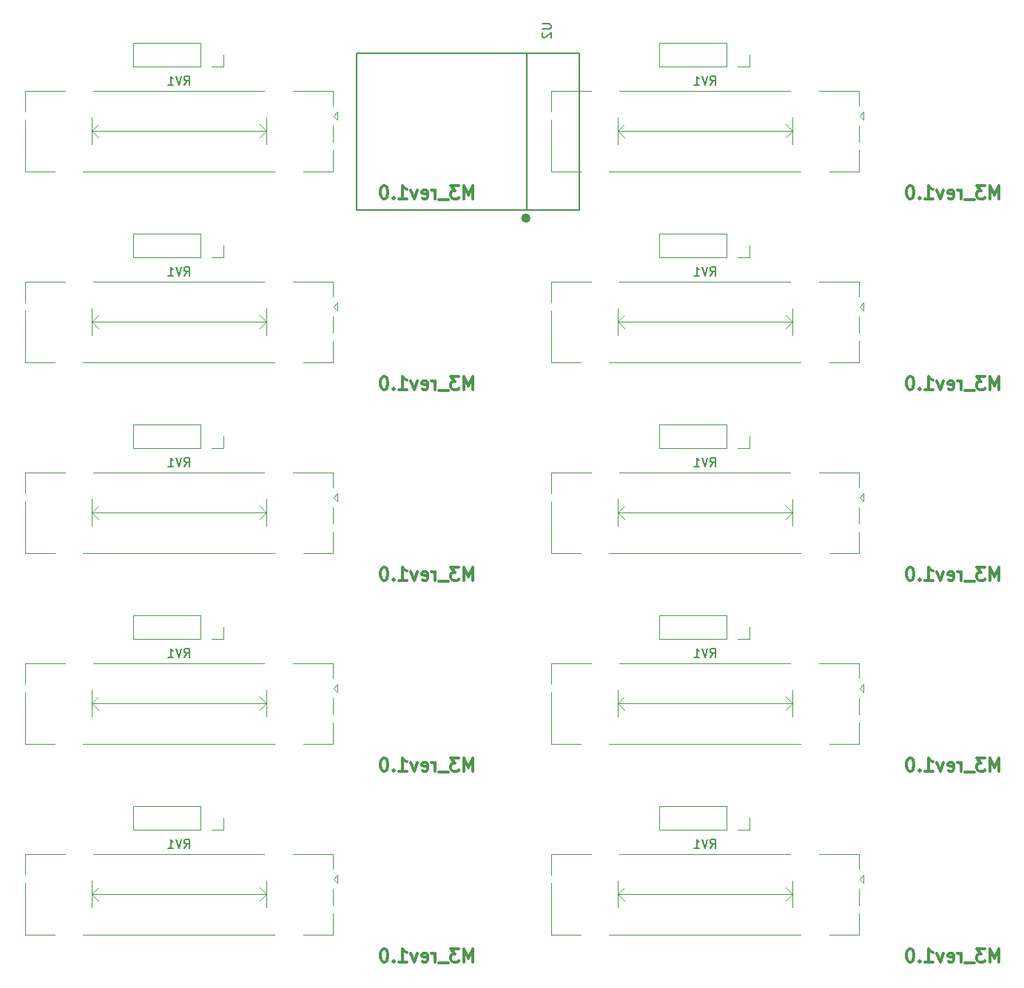
<source format=gbr>
G04 #@! TF.GenerationSoftware,KiCad,Pcbnew,5.0.2-bee76a0~70~ubuntu18.04.1*
G04 #@! TF.CreationDate,2019-05-14T10:35:03+02:00*
G04 #@! TF.ProjectId,m3_2x5_panel,6d335f32-7835-45f7-9061-6e656c2e6b69,rev?*
G04 #@! TF.SameCoordinates,Original*
G04 #@! TF.FileFunction,Legend,Bot*
G04 #@! TF.FilePolarity,Positive*
%FSLAX46Y46*%
G04 Gerber Fmt 4.6, Leading zero omitted, Abs format (unit mm)*
G04 Created by KiCad (PCBNEW 5.0.2-bee76a0~70~ubuntu18.04.1) date Di 14 Mai 2019 10:35:03 CEST*
%MOMM*%
%LPD*%
G01*
G04 APERTURE LIST*
%ADD10C,0.300000*%
%ADD11C,0.120000*%
%ADD12C,0.500000*%
%ADD13C,0.150000*%
G04 APERTURE END LIST*
D10*
X190570800Y-141372771D02*
X190570800Y-139872771D01*
X190070800Y-140944200D01*
X189570800Y-139872771D01*
X189570800Y-141372771D01*
X188999371Y-139872771D02*
X188070800Y-139872771D01*
X188570800Y-140444200D01*
X188356514Y-140444200D01*
X188213657Y-140515628D01*
X188142228Y-140587057D01*
X188070800Y-140729914D01*
X188070800Y-141087057D01*
X188142228Y-141229914D01*
X188213657Y-141301342D01*
X188356514Y-141372771D01*
X188785085Y-141372771D01*
X188927942Y-141301342D01*
X188999371Y-141229914D01*
X187785085Y-141515628D02*
X186642228Y-141515628D01*
X186285085Y-141372771D02*
X186285085Y-140372771D01*
X186285085Y-140658485D02*
X186213657Y-140515628D01*
X186142228Y-140444200D01*
X185999371Y-140372771D01*
X185856514Y-140372771D01*
X184785085Y-141301342D02*
X184927942Y-141372771D01*
X185213657Y-141372771D01*
X185356514Y-141301342D01*
X185427942Y-141158485D01*
X185427942Y-140587057D01*
X185356514Y-140444200D01*
X185213657Y-140372771D01*
X184927942Y-140372771D01*
X184785085Y-140444200D01*
X184713657Y-140587057D01*
X184713657Y-140729914D01*
X185427942Y-140872771D01*
X184213657Y-140372771D02*
X183856514Y-141372771D01*
X183499371Y-140372771D01*
X182142228Y-141372771D02*
X182999371Y-141372771D01*
X182570800Y-141372771D02*
X182570800Y-139872771D01*
X182713657Y-140087057D01*
X182856514Y-140229914D01*
X182999371Y-140301342D01*
X181499371Y-141229914D02*
X181427942Y-141301342D01*
X181499371Y-141372771D01*
X181570800Y-141301342D01*
X181499371Y-141229914D01*
X181499371Y-141372771D01*
X180499371Y-139872771D02*
X180356514Y-139872771D01*
X180213657Y-139944200D01*
X180142228Y-140015628D01*
X180070800Y-140158485D01*
X179999371Y-140444200D01*
X179999371Y-140801342D01*
X180070800Y-141087057D01*
X180142228Y-141229914D01*
X180213657Y-141301342D01*
X180356514Y-141372771D01*
X180499371Y-141372771D01*
X180642228Y-141301342D01*
X180713657Y-141229914D01*
X180785085Y-141087057D01*
X180856514Y-140801342D01*
X180856514Y-140444200D01*
X180785085Y-140158485D01*
X180713657Y-140015628D01*
X180642228Y-139944200D01*
X180499371Y-139872771D01*
X130372800Y-141372771D02*
X130372800Y-139872771D01*
X129872800Y-140944200D01*
X129372800Y-139872771D01*
X129372800Y-141372771D01*
X128801371Y-139872771D02*
X127872800Y-139872771D01*
X128372800Y-140444200D01*
X128158514Y-140444200D01*
X128015657Y-140515628D01*
X127944228Y-140587057D01*
X127872800Y-140729914D01*
X127872800Y-141087057D01*
X127944228Y-141229914D01*
X128015657Y-141301342D01*
X128158514Y-141372771D01*
X128587085Y-141372771D01*
X128729942Y-141301342D01*
X128801371Y-141229914D01*
X127587085Y-141515628D02*
X126444228Y-141515628D01*
X126087085Y-141372771D02*
X126087085Y-140372771D01*
X126087085Y-140658485D02*
X126015657Y-140515628D01*
X125944228Y-140444200D01*
X125801371Y-140372771D01*
X125658514Y-140372771D01*
X124587085Y-141301342D02*
X124729942Y-141372771D01*
X125015657Y-141372771D01*
X125158514Y-141301342D01*
X125229942Y-141158485D01*
X125229942Y-140587057D01*
X125158514Y-140444200D01*
X125015657Y-140372771D01*
X124729942Y-140372771D01*
X124587085Y-140444200D01*
X124515657Y-140587057D01*
X124515657Y-140729914D01*
X125229942Y-140872771D01*
X124015657Y-140372771D02*
X123658514Y-141372771D01*
X123301371Y-140372771D01*
X121944228Y-141372771D02*
X122801371Y-141372771D01*
X122372800Y-141372771D02*
X122372800Y-139872771D01*
X122515657Y-140087057D01*
X122658514Y-140229914D01*
X122801371Y-140301342D01*
X121301371Y-141229914D02*
X121229942Y-141301342D01*
X121301371Y-141372771D01*
X121372800Y-141301342D01*
X121301371Y-141229914D01*
X121301371Y-141372771D01*
X120301371Y-139872771D02*
X120158514Y-139872771D01*
X120015657Y-139944200D01*
X119944228Y-140015628D01*
X119872800Y-140158485D01*
X119801371Y-140444200D01*
X119801371Y-140801342D01*
X119872800Y-141087057D01*
X119944228Y-141229914D01*
X120015657Y-141301342D01*
X120158514Y-141372771D01*
X120301371Y-141372771D01*
X120444228Y-141301342D01*
X120515657Y-141229914D01*
X120587085Y-141087057D01*
X120658514Y-140801342D01*
X120658514Y-140444200D01*
X120587085Y-140158485D01*
X120515657Y-140015628D01*
X120444228Y-139944200D01*
X120301371Y-139872771D01*
X190570800Y-119528771D02*
X190570800Y-118028771D01*
X190070800Y-119100200D01*
X189570800Y-118028771D01*
X189570800Y-119528771D01*
X188999371Y-118028771D02*
X188070800Y-118028771D01*
X188570800Y-118600200D01*
X188356514Y-118600200D01*
X188213657Y-118671628D01*
X188142228Y-118743057D01*
X188070800Y-118885914D01*
X188070800Y-119243057D01*
X188142228Y-119385914D01*
X188213657Y-119457342D01*
X188356514Y-119528771D01*
X188785085Y-119528771D01*
X188927942Y-119457342D01*
X188999371Y-119385914D01*
X187785085Y-119671628D02*
X186642228Y-119671628D01*
X186285085Y-119528771D02*
X186285085Y-118528771D01*
X186285085Y-118814485D02*
X186213657Y-118671628D01*
X186142228Y-118600200D01*
X185999371Y-118528771D01*
X185856514Y-118528771D01*
X184785085Y-119457342D02*
X184927942Y-119528771D01*
X185213657Y-119528771D01*
X185356514Y-119457342D01*
X185427942Y-119314485D01*
X185427942Y-118743057D01*
X185356514Y-118600200D01*
X185213657Y-118528771D01*
X184927942Y-118528771D01*
X184785085Y-118600200D01*
X184713657Y-118743057D01*
X184713657Y-118885914D01*
X185427942Y-119028771D01*
X184213657Y-118528771D02*
X183856514Y-119528771D01*
X183499371Y-118528771D01*
X182142228Y-119528771D02*
X182999371Y-119528771D01*
X182570800Y-119528771D02*
X182570800Y-118028771D01*
X182713657Y-118243057D01*
X182856514Y-118385914D01*
X182999371Y-118457342D01*
X181499371Y-119385914D02*
X181427942Y-119457342D01*
X181499371Y-119528771D01*
X181570800Y-119457342D01*
X181499371Y-119385914D01*
X181499371Y-119528771D01*
X180499371Y-118028771D02*
X180356514Y-118028771D01*
X180213657Y-118100200D01*
X180142228Y-118171628D01*
X180070800Y-118314485D01*
X179999371Y-118600200D01*
X179999371Y-118957342D01*
X180070800Y-119243057D01*
X180142228Y-119385914D01*
X180213657Y-119457342D01*
X180356514Y-119528771D01*
X180499371Y-119528771D01*
X180642228Y-119457342D01*
X180713657Y-119385914D01*
X180785085Y-119243057D01*
X180856514Y-118957342D01*
X180856514Y-118600200D01*
X180785085Y-118314485D01*
X180713657Y-118171628D01*
X180642228Y-118100200D01*
X180499371Y-118028771D01*
X130372800Y-119528771D02*
X130372800Y-118028771D01*
X129872800Y-119100200D01*
X129372800Y-118028771D01*
X129372800Y-119528771D01*
X128801371Y-118028771D02*
X127872800Y-118028771D01*
X128372800Y-118600200D01*
X128158514Y-118600200D01*
X128015657Y-118671628D01*
X127944228Y-118743057D01*
X127872800Y-118885914D01*
X127872800Y-119243057D01*
X127944228Y-119385914D01*
X128015657Y-119457342D01*
X128158514Y-119528771D01*
X128587085Y-119528771D01*
X128729942Y-119457342D01*
X128801371Y-119385914D01*
X127587085Y-119671628D02*
X126444228Y-119671628D01*
X126087085Y-119528771D02*
X126087085Y-118528771D01*
X126087085Y-118814485D02*
X126015657Y-118671628D01*
X125944228Y-118600200D01*
X125801371Y-118528771D01*
X125658514Y-118528771D01*
X124587085Y-119457342D02*
X124729942Y-119528771D01*
X125015657Y-119528771D01*
X125158514Y-119457342D01*
X125229942Y-119314485D01*
X125229942Y-118743057D01*
X125158514Y-118600200D01*
X125015657Y-118528771D01*
X124729942Y-118528771D01*
X124587085Y-118600200D01*
X124515657Y-118743057D01*
X124515657Y-118885914D01*
X125229942Y-119028771D01*
X124015657Y-118528771D02*
X123658514Y-119528771D01*
X123301371Y-118528771D01*
X121944228Y-119528771D02*
X122801371Y-119528771D01*
X122372800Y-119528771D02*
X122372800Y-118028771D01*
X122515657Y-118243057D01*
X122658514Y-118385914D01*
X122801371Y-118457342D01*
X121301371Y-119385914D02*
X121229942Y-119457342D01*
X121301371Y-119528771D01*
X121372800Y-119457342D01*
X121301371Y-119385914D01*
X121301371Y-119528771D01*
X120301371Y-118028771D02*
X120158514Y-118028771D01*
X120015657Y-118100200D01*
X119944228Y-118171628D01*
X119872800Y-118314485D01*
X119801371Y-118600200D01*
X119801371Y-118957342D01*
X119872800Y-119243057D01*
X119944228Y-119385914D01*
X120015657Y-119457342D01*
X120158514Y-119528771D01*
X120301371Y-119528771D01*
X120444228Y-119457342D01*
X120515657Y-119385914D01*
X120587085Y-119243057D01*
X120658514Y-118957342D01*
X120658514Y-118600200D01*
X120587085Y-118314485D01*
X120515657Y-118171628D01*
X120444228Y-118100200D01*
X120301371Y-118028771D01*
X190570800Y-97684771D02*
X190570800Y-96184771D01*
X190070800Y-97256200D01*
X189570800Y-96184771D01*
X189570800Y-97684771D01*
X188999371Y-96184771D02*
X188070800Y-96184771D01*
X188570800Y-96756200D01*
X188356514Y-96756200D01*
X188213657Y-96827628D01*
X188142228Y-96899057D01*
X188070800Y-97041914D01*
X188070800Y-97399057D01*
X188142228Y-97541914D01*
X188213657Y-97613342D01*
X188356514Y-97684771D01*
X188785085Y-97684771D01*
X188927942Y-97613342D01*
X188999371Y-97541914D01*
X187785085Y-97827628D02*
X186642228Y-97827628D01*
X186285085Y-97684771D02*
X186285085Y-96684771D01*
X186285085Y-96970485D02*
X186213657Y-96827628D01*
X186142228Y-96756200D01*
X185999371Y-96684771D01*
X185856514Y-96684771D01*
X184785085Y-97613342D02*
X184927942Y-97684771D01*
X185213657Y-97684771D01*
X185356514Y-97613342D01*
X185427942Y-97470485D01*
X185427942Y-96899057D01*
X185356514Y-96756200D01*
X185213657Y-96684771D01*
X184927942Y-96684771D01*
X184785085Y-96756200D01*
X184713657Y-96899057D01*
X184713657Y-97041914D01*
X185427942Y-97184771D01*
X184213657Y-96684771D02*
X183856514Y-97684771D01*
X183499371Y-96684771D01*
X182142228Y-97684771D02*
X182999371Y-97684771D01*
X182570800Y-97684771D02*
X182570800Y-96184771D01*
X182713657Y-96399057D01*
X182856514Y-96541914D01*
X182999371Y-96613342D01*
X181499371Y-97541914D02*
X181427942Y-97613342D01*
X181499371Y-97684771D01*
X181570800Y-97613342D01*
X181499371Y-97541914D01*
X181499371Y-97684771D01*
X180499371Y-96184771D02*
X180356514Y-96184771D01*
X180213657Y-96256200D01*
X180142228Y-96327628D01*
X180070800Y-96470485D01*
X179999371Y-96756200D01*
X179999371Y-97113342D01*
X180070800Y-97399057D01*
X180142228Y-97541914D01*
X180213657Y-97613342D01*
X180356514Y-97684771D01*
X180499371Y-97684771D01*
X180642228Y-97613342D01*
X180713657Y-97541914D01*
X180785085Y-97399057D01*
X180856514Y-97113342D01*
X180856514Y-96756200D01*
X180785085Y-96470485D01*
X180713657Y-96327628D01*
X180642228Y-96256200D01*
X180499371Y-96184771D01*
X130372800Y-97684771D02*
X130372800Y-96184771D01*
X129872800Y-97256200D01*
X129372800Y-96184771D01*
X129372800Y-97684771D01*
X128801371Y-96184771D02*
X127872800Y-96184771D01*
X128372800Y-96756200D01*
X128158514Y-96756200D01*
X128015657Y-96827628D01*
X127944228Y-96899057D01*
X127872800Y-97041914D01*
X127872800Y-97399057D01*
X127944228Y-97541914D01*
X128015657Y-97613342D01*
X128158514Y-97684771D01*
X128587085Y-97684771D01*
X128729942Y-97613342D01*
X128801371Y-97541914D01*
X127587085Y-97827628D02*
X126444228Y-97827628D01*
X126087085Y-97684771D02*
X126087085Y-96684771D01*
X126087085Y-96970485D02*
X126015657Y-96827628D01*
X125944228Y-96756200D01*
X125801371Y-96684771D01*
X125658514Y-96684771D01*
X124587085Y-97613342D02*
X124729942Y-97684771D01*
X125015657Y-97684771D01*
X125158514Y-97613342D01*
X125229942Y-97470485D01*
X125229942Y-96899057D01*
X125158514Y-96756200D01*
X125015657Y-96684771D01*
X124729942Y-96684771D01*
X124587085Y-96756200D01*
X124515657Y-96899057D01*
X124515657Y-97041914D01*
X125229942Y-97184771D01*
X124015657Y-96684771D02*
X123658514Y-97684771D01*
X123301371Y-96684771D01*
X121944228Y-97684771D02*
X122801371Y-97684771D01*
X122372800Y-97684771D02*
X122372800Y-96184771D01*
X122515657Y-96399057D01*
X122658514Y-96541914D01*
X122801371Y-96613342D01*
X121301371Y-97541914D02*
X121229942Y-97613342D01*
X121301371Y-97684771D01*
X121372800Y-97613342D01*
X121301371Y-97541914D01*
X121301371Y-97684771D01*
X120301371Y-96184771D02*
X120158514Y-96184771D01*
X120015657Y-96256200D01*
X119944228Y-96327628D01*
X119872800Y-96470485D01*
X119801371Y-96756200D01*
X119801371Y-97113342D01*
X119872800Y-97399057D01*
X119944228Y-97541914D01*
X120015657Y-97613342D01*
X120158514Y-97684771D01*
X120301371Y-97684771D01*
X120444228Y-97613342D01*
X120515657Y-97541914D01*
X120587085Y-97399057D01*
X120658514Y-97113342D01*
X120658514Y-96756200D01*
X120587085Y-96470485D01*
X120515657Y-96327628D01*
X120444228Y-96256200D01*
X120301371Y-96184771D01*
X190570800Y-75840771D02*
X190570800Y-74340771D01*
X190070800Y-75412200D01*
X189570800Y-74340771D01*
X189570800Y-75840771D01*
X188999371Y-74340771D02*
X188070800Y-74340771D01*
X188570800Y-74912200D01*
X188356514Y-74912200D01*
X188213657Y-74983628D01*
X188142228Y-75055057D01*
X188070800Y-75197914D01*
X188070800Y-75555057D01*
X188142228Y-75697914D01*
X188213657Y-75769342D01*
X188356514Y-75840771D01*
X188785085Y-75840771D01*
X188927942Y-75769342D01*
X188999371Y-75697914D01*
X187785085Y-75983628D02*
X186642228Y-75983628D01*
X186285085Y-75840771D02*
X186285085Y-74840771D01*
X186285085Y-75126485D02*
X186213657Y-74983628D01*
X186142228Y-74912200D01*
X185999371Y-74840771D01*
X185856514Y-74840771D01*
X184785085Y-75769342D02*
X184927942Y-75840771D01*
X185213657Y-75840771D01*
X185356514Y-75769342D01*
X185427942Y-75626485D01*
X185427942Y-75055057D01*
X185356514Y-74912200D01*
X185213657Y-74840771D01*
X184927942Y-74840771D01*
X184785085Y-74912200D01*
X184713657Y-75055057D01*
X184713657Y-75197914D01*
X185427942Y-75340771D01*
X184213657Y-74840771D02*
X183856514Y-75840771D01*
X183499371Y-74840771D01*
X182142228Y-75840771D02*
X182999371Y-75840771D01*
X182570800Y-75840771D02*
X182570800Y-74340771D01*
X182713657Y-74555057D01*
X182856514Y-74697914D01*
X182999371Y-74769342D01*
X181499371Y-75697914D02*
X181427942Y-75769342D01*
X181499371Y-75840771D01*
X181570800Y-75769342D01*
X181499371Y-75697914D01*
X181499371Y-75840771D01*
X180499371Y-74340771D02*
X180356514Y-74340771D01*
X180213657Y-74412200D01*
X180142228Y-74483628D01*
X180070800Y-74626485D01*
X179999371Y-74912200D01*
X179999371Y-75269342D01*
X180070800Y-75555057D01*
X180142228Y-75697914D01*
X180213657Y-75769342D01*
X180356514Y-75840771D01*
X180499371Y-75840771D01*
X180642228Y-75769342D01*
X180713657Y-75697914D01*
X180785085Y-75555057D01*
X180856514Y-75269342D01*
X180856514Y-74912200D01*
X180785085Y-74626485D01*
X180713657Y-74483628D01*
X180642228Y-74412200D01*
X180499371Y-74340771D01*
X130372800Y-75840771D02*
X130372800Y-74340771D01*
X129872800Y-75412200D01*
X129372800Y-74340771D01*
X129372800Y-75840771D01*
X128801371Y-74340771D02*
X127872800Y-74340771D01*
X128372800Y-74912200D01*
X128158514Y-74912200D01*
X128015657Y-74983628D01*
X127944228Y-75055057D01*
X127872800Y-75197914D01*
X127872800Y-75555057D01*
X127944228Y-75697914D01*
X128015657Y-75769342D01*
X128158514Y-75840771D01*
X128587085Y-75840771D01*
X128729942Y-75769342D01*
X128801371Y-75697914D01*
X127587085Y-75983628D02*
X126444228Y-75983628D01*
X126087085Y-75840771D02*
X126087085Y-74840771D01*
X126087085Y-75126485D02*
X126015657Y-74983628D01*
X125944228Y-74912200D01*
X125801371Y-74840771D01*
X125658514Y-74840771D01*
X124587085Y-75769342D02*
X124729942Y-75840771D01*
X125015657Y-75840771D01*
X125158514Y-75769342D01*
X125229942Y-75626485D01*
X125229942Y-75055057D01*
X125158514Y-74912200D01*
X125015657Y-74840771D01*
X124729942Y-74840771D01*
X124587085Y-74912200D01*
X124515657Y-75055057D01*
X124515657Y-75197914D01*
X125229942Y-75340771D01*
X124015657Y-74840771D02*
X123658514Y-75840771D01*
X123301371Y-74840771D01*
X121944228Y-75840771D02*
X122801371Y-75840771D01*
X122372800Y-75840771D02*
X122372800Y-74340771D01*
X122515657Y-74555057D01*
X122658514Y-74697914D01*
X122801371Y-74769342D01*
X121301371Y-75697914D02*
X121229942Y-75769342D01*
X121301371Y-75840771D01*
X121372800Y-75769342D01*
X121301371Y-75697914D01*
X121301371Y-75840771D01*
X120301371Y-74340771D02*
X120158514Y-74340771D01*
X120015657Y-74412200D01*
X119944228Y-74483628D01*
X119872800Y-74626485D01*
X119801371Y-74912200D01*
X119801371Y-75269342D01*
X119872800Y-75555057D01*
X119944228Y-75697914D01*
X120015657Y-75769342D01*
X120158514Y-75840771D01*
X120301371Y-75840771D01*
X120444228Y-75769342D01*
X120515657Y-75697914D01*
X120587085Y-75555057D01*
X120658514Y-75269342D01*
X120658514Y-74912200D01*
X120587085Y-74626485D01*
X120515657Y-74483628D01*
X120444228Y-74412200D01*
X120301371Y-74340771D01*
X190570800Y-53996771D02*
X190570800Y-52496771D01*
X190070800Y-53568200D01*
X189570800Y-52496771D01*
X189570800Y-53996771D01*
X188999371Y-52496771D02*
X188070800Y-52496771D01*
X188570800Y-53068200D01*
X188356514Y-53068200D01*
X188213657Y-53139628D01*
X188142228Y-53211057D01*
X188070800Y-53353914D01*
X188070800Y-53711057D01*
X188142228Y-53853914D01*
X188213657Y-53925342D01*
X188356514Y-53996771D01*
X188785085Y-53996771D01*
X188927942Y-53925342D01*
X188999371Y-53853914D01*
X187785085Y-54139628D02*
X186642228Y-54139628D01*
X186285085Y-53996771D02*
X186285085Y-52996771D01*
X186285085Y-53282485D02*
X186213657Y-53139628D01*
X186142228Y-53068200D01*
X185999371Y-52996771D01*
X185856514Y-52996771D01*
X184785085Y-53925342D02*
X184927942Y-53996771D01*
X185213657Y-53996771D01*
X185356514Y-53925342D01*
X185427942Y-53782485D01*
X185427942Y-53211057D01*
X185356514Y-53068200D01*
X185213657Y-52996771D01*
X184927942Y-52996771D01*
X184785085Y-53068200D01*
X184713657Y-53211057D01*
X184713657Y-53353914D01*
X185427942Y-53496771D01*
X184213657Y-52996771D02*
X183856514Y-53996771D01*
X183499371Y-52996771D01*
X182142228Y-53996771D02*
X182999371Y-53996771D01*
X182570800Y-53996771D02*
X182570800Y-52496771D01*
X182713657Y-52711057D01*
X182856514Y-52853914D01*
X182999371Y-52925342D01*
X181499371Y-53853914D02*
X181427942Y-53925342D01*
X181499371Y-53996771D01*
X181570800Y-53925342D01*
X181499371Y-53853914D01*
X181499371Y-53996771D01*
X180499371Y-52496771D02*
X180356514Y-52496771D01*
X180213657Y-52568200D01*
X180142228Y-52639628D01*
X180070800Y-52782485D01*
X179999371Y-53068200D01*
X179999371Y-53425342D01*
X180070800Y-53711057D01*
X180142228Y-53853914D01*
X180213657Y-53925342D01*
X180356514Y-53996771D01*
X180499371Y-53996771D01*
X180642228Y-53925342D01*
X180713657Y-53853914D01*
X180785085Y-53711057D01*
X180856514Y-53425342D01*
X180856514Y-53068200D01*
X180785085Y-52782485D01*
X180713657Y-52639628D01*
X180642228Y-52568200D01*
X180499371Y-52496771D01*
X130372800Y-53996771D02*
X130372800Y-52496771D01*
X129872800Y-53568200D01*
X129372800Y-52496771D01*
X129372800Y-53996771D01*
X128801371Y-52496771D02*
X127872800Y-52496771D01*
X128372800Y-53068200D01*
X128158514Y-53068200D01*
X128015657Y-53139628D01*
X127944228Y-53211057D01*
X127872800Y-53353914D01*
X127872800Y-53711057D01*
X127944228Y-53853914D01*
X128015657Y-53925342D01*
X128158514Y-53996771D01*
X128587085Y-53996771D01*
X128729942Y-53925342D01*
X128801371Y-53853914D01*
X127587085Y-54139628D02*
X126444228Y-54139628D01*
X126087085Y-53996771D02*
X126087085Y-52996771D01*
X126087085Y-53282485D02*
X126015657Y-53139628D01*
X125944228Y-53068200D01*
X125801371Y-52996771D01*
X125658514Y-52996771D01*
X124587085Y-53925342D02*
X124729942Y-53996771D01*
X125015657Y-53996771D01*
X125158514Y-53925342D01*
X125229942Y-53782485D01*
X125229942Y-53211057D01*
X125158514Y-53068200D01*
X125015657Y-52996771D01*
X124729942Y-52996771D01*
X124587085Y-53068200D01*
X124515657Y-53211057D01*
X124515657Y-53353914D01*
X125229942Y-53496771D01*
X124015657Y-52996771D02*
X123658514Y-53996771D01*
X123301371Y-52996771D01*
X121944228Y-53996771D02*
X122801371Y-53996771D01*
X122372800Y-53996771D02*
X122372800Y-52496771D01*
X122515657Y-52711057D01*
X122658514Y-52853914D01*
X122801371Y-52925342D01*
X121301371Y-53853914D02*
X121229942Y-53925342D01*
X121301371Y-53996771D01*
X121372800Y-53925342D01*
X121301371Y-53853914D01*
X121301371Y-53996771D01*
X120301371Y-52496771D02*
X120158514Y-52496771D01*
X120015657Y-52568200D01*
X119944228Y-52639628D01*
X119872800Y-52782485D01*
X119801371Y-53068200D01*
X119801371Y-53425342D01*
X119872800Y-53711057D01*
X119944228Y-53853914D01*
X120015657Y-53925342D01*
X120158514Y-53996771D01*
X120301371Y-53996771D01*
X120444228Y-53925342D01*
X120515657Y-53853914D01*
X120587085Y-53711057D01*
X120658514Y-53425342D01*
X120658514Y-53068200D01*
X120587085Y-52782485D01*
X120515657Y-52639628D01*
X120444228Y-52568200D01*
X120301371Y-52496771D01*
D11*
G04 #@! TO.C,RV1*
X146946800Y-133624200D02*
X147696800Y-134374200D01*
X147696800Y-132874200D02*
X146946800Y-133624200D01*
X146946800Y-132124200D02*
X146946800Y-135124200D01*
X166946800Y-133624200D02*
X166196800Y-134374200D01*
X166196800Y-132874200D02*
X166946800Y-133624200D01*
X166946800Y-132124200D02*
X166946800Y-135124200D01*
X166946800Y-133624200D02*
X146946800Y-133624200D01*
X175121800Y-132374200D02*
X174621800Y-131874200D01*
X175121800Y-131374200D02*
X175121800Y-132374200D01*
X174621800Y-131874200D02*
X175121800Y-131374200D01*
X139326800Y-132330200D02*
X139326800Y-138244200D01*
X139326800Y-129004200D02*
X139326800Y-131418200D01*
X174566800Y-135830200D02*
X174566800Y-138244200D01*
X174566800Y-133049200D02*
X174566800Y-134919200D01*
X174566800Y-129004200D02*
X174566800Y-130699200D01*
X142710800Y-138244200D02*
X139326800Y-138244200D01*
X167910800Y-138244200D02*
X145981800Y-138244200D01*
X174566800Y-138244200D02*
X171181800Y-138244200D01*
X143910800Y-129004200D02*
X139326800Y-129004200D01*
X166710800Y-129004200D02*
X147181800Y-129004200D01*
X174566800Y-129004200D02*
X169981800Y-129004200D01*
X86748800Y-133624200D02*
X87498800Y-134374200D01*
X87498800Y-132874200D02*
X86748800Y-133624200D01*
X86748800Y-132124200D02*
X86748800Y-135124200D01*
X106748800Y-133624200D02*
X105998800Y-134374200D01*
X105998800Y-132874200D02*
X106748800Y-133624200D01*
X106748800Y-132124200D02*
X106748800Y-135124200D01*
X106748800Y-133624200D02*
X86748800Y-133624200D01*
X114923800Y-132374200D02*
X114423800Y-131874200D01*
X114923800Y-131374200D02*
X114923800Y-132374200D01*
X114423800Y-131874200D02*
X114923800Y-131374200D01*
X79128800Y-132330200D02*
X79128800Y-138244200D01*
X79128800Y-129004200D02*
X79128800Y-131418200D01*
X114368800Y-135830200D02*
X114368800Y-138244200D01*
X114368800Y-133049200D02*
X114368800Y-134919200D01*
X114368800Y-129004200D02*
X114368800Y-130699200D01*
X82512800Y-138244200D02*
X79128800Y-138244200D01*
X107712800Y-138244200D02*
X85783800Y-138244200D01*
X114368800Y-138244200D02*
X110983800Y-138244200D01*
X83712800Y-129004200D02*
X79128800Y-129004200D01*
X106512800Y-129004200D02*
X86983800Y-129004200D01*
X114368800Y-129004200D02*
X109783800Y-129004200D01*
X146946800Y-111780200D02*
X147696800Y-112530200D01*
X147696800Y-111030200D02*
X146946800Y-111780200D01*
X146946800Y-110280200D02*
X146946800Y-113280200D01*
X166946800Y-111780200D02*
X166196800Y-112530200D01*
X166196800Y-111030200D02*
X166946800Y-111780200D01*
X166946800Y-110280200D02*
X166946800Y-113280200D01*
X166946800Y-111780200D02*
X146946800Y-111780200D01*
X175121800Y-110530200D02*
X174621800Y-110030200D01*
X175121800Y-109530200D02*
X175121800Y-110530200D01*
X174621800Y-110030200D02*
X175121800Y-109530200D01*
X139326800Y-110486200D02*
X139326800Y-116400200D01*
X139326800Y-107160200D02*
X139326800Y-109574200D01*
X174566800Y-113986200D02*
X174566800Y-116400200D01*
X174566800Y-111205200D02*
X174566800Y-113075200D01*
X174566800Y-107160200D02*
X174566800Y-108855200D01*
X142710800Y-116400200D02*
X139326800Y-116400200D01*
X167910800Y-116400200D02*
X145981800Y-116400200D01*
X174566800Y-116400200D02*
X171181800Y-116400200D01*
X143910800Y-107160200D02*
X139326800Y-107160200D01*
X166710800Y-107160200D02*
X147181800Y-107160200D01*
X174566800Y-107160200D02*
X169981800Y-107160200D01*
X86748800Y-111780200D02*
X87498800Y-112530200D01*
X87498800Y-111030200D02*
X86748800Y-111780200D01*
X86748800Y-110280200D02*
X86748800Y-113280200D01*
X106748800Y-111780200D02*
X105998800Y-112530200D01*
X105998800Y-111030200D02*
X106748800Y-111780200D01*
X106748800Y-110280200D02*
X106748800Y-113280200D01*
X106748800Y-111780200D02*
X86748800Y-111780200D01*
X114923800Y-110530200D02*
X114423800Y-110030200D01*
X114923800Y-109530200D02*
X114923800Y-110530200D01*
X114423800Y-110030200D02*
X114923800Y-109530200D01*
X79128800Y-110486200D02*
X79128800Y-116400200D01*
X79128800Y-107160200D02*
X79128800Y-109574200D01*
X114368800Y-113986200D02*
X114368800Y-116400200D01*
X114368800Y-111205200D02*
X114368800Y-113075200D01*
X114368800Y-107160200D02*
X114368800Y-108855200D01*
X82512800Y-116400200D02*
X79128800Y-116400200D01*
X107712800Y-116400200D02*
X85783800Y-116400200D01*
X114368800Y-116400200D02*
X110983800Y-116400200D01*
X83712800Y-107160200D02*
X79128800Y-107160200D01*
X106512800Y-107160200D02*
X86983800Y-107160200D01*
X114368800Y-107160200D02*
X109783800Y-107160200D01*
X146946800Y-89936200D02*
X147696800Y-90686200D01*
X147696800Y-89186200D02*
X146946800Y-89936200D01*
X146946800Y-88436200D02*
X146946800Y-91436200D01*
X166946800Y-89936200D02*
X166196800Y-90686200D01*
X166196800Y-89186200D02*
X166946800Y-89936200D01*
X166946800Y-88436200D02*
X166946800Y-91436200D01*
X166946800Y-89936200D02*
X146946800Y-89936200D01*
X175121800Y-88686200D02*
X174621800Y-88186200D01*
X175121800Y-87686200D02*
X175121800Y-88686200D01*
X174621800Y-88186200D02*
X175121800Y-87686200D01*
X139326800Y-88642200D02*
X139326800Y-94556200D01*
X139326800Y-85316200D02*
X139326800Y-87730200D01*
X174566800Y-92142200D02*
X174566800Y-94556200D01*
X174566800Y-89361200D02*
X174566800Y-91231200D01*
X174566800Y-85316200D02*
X174566800Y-87011200D01*
X142710800Y-94556200D02*
X139326800Y-94556200D01*
X167910800Y-94556200D02*
X145981800Y-94556200D01*
X174566800Y-94556200D02*
X171181800Y-94556200D01*
X143910800Y-85316200D02*
X139326800Y-85316200D01*
X166710800Y-85316200D02*
X147181800Y-85316200D01*
X174566800Y-85316200D02*
X169981800Y-85316200D01*
X86748800Y-89936200D02*
X87498800Y-90686200D01*
X87498800Y-89186200D02*
X86748800Y-89936200D01*
X86748800Y-88436200D02*
X86748800Y-91436200D01*
X106748800Y-89936200D02*
X105998800Y-90686200D01*
X105998800Y-89186200D02*
X106748800Y-89936200D01*
X106748800Y-88436200D02*
X106748800Y-91436200D01*
X106748800Y-89936200D02*
X86748800Y-89936200D01*
X114923800Y-88686200D02*
X114423800Y-88186200D01*
X114923800Y-87686200D02*
X114923800Y-88686200D01*
X114423800Y-88186200D02*
X114923800Y-87686200D01*
X79128800Y-88642200D02*
X79128800Y-94556200D01*
X79128800Y-85316200D02*
X79128800Y-87730200D01*
X114368800Y-92142200D02*
X114368800Y-94556200D01*
X114368800Y-89361200D02*
X114368800Y-91231200D01*
X114368800Y-85316200D02*
X114368800Y-87011200D01*
X82512800Y-94556200D02*
X79128800Y-94556200D01*
X107712800Y-94556200D02*
X85783800Y-94556200D01*
X114368800Y-94556200D02*
X110983800Y-94556200D01*
X83712800Y-85316200D02*
X79128800Y-85316200D01*
X106512800Y-85316200D02*
X86983800Y-85316200D01*
X114368800Y-85316200D02*
X109783800Y-85316200D01*
X146946800Y-68092200D02*
X147696800Y-68842200D01*
X147696800Y-67342200D02*
X146946800Y-68092200D01*
X146946800Y-66592200D02*
X146946800Y-69592200D01*
X166946800Y-68092200D02*
X166196800Y-68842200D01*
X166196800Y-67342200D02*
X166946800Y-68092200D01*
X166946800Y-66592200D02*
X166946800Y-69592200D01*
X166946800Y-68092200D02*
X146946800Y-68092200D01*
X175121800Y-66842200D02*
X174621800Y-66342200D01*
X175121800Y-65842200D02*
X175121800Y-66842200D01*
X174621800Y-66342200D02*
X175121800Y-65842200D01*
X139326800Y-66798200D02*
X139326800Y-72712200D01*
X139326800Y-63472200D02*
X139326800Y-65886200D01*
X174566800Y-70298200D02*
X174566800Y-72712200D01*
X174566800Y-67517200D02*
X174566800Y-69387200D01*
X174566800Y-63472200D02*
X174566800Y-65167200D01*
X142710800Y-72712200D02*
X139326800Y-72712200D01*
X167910800Y-72712200D02*
X145981800Y-72712200D01*
X174566800Y-72712200D02*
X171181800Y-72712200D01*
X143910800Y-63472200D02*
X139326800Y-63472200D01*
X166710800Y-63472200D02*
X147181800Y-63472200D01*
X174566800Y-63472200D02*
X169981800Y-63472200D01*
X86748800Y-68092200D02*
X87498800Y-68842200D01*
X87498800Y-67342200D02*
X86748800Y-68092200D01*
X86748800Y-66592200D02*
X86748800Y-69592200D01*
X106748800Y-68092200D02*
X105998800Y-68842200D01*
X105998800Y-67342200D02*
X106748800Y-68092200D01*
X106748800Y-66592200D02*
X106748800Y-69592200D01*
X106748800Y-68092200D02*
X86748800Y-68092200D01*
X114923800Y-66842200D02*
X114423800Y-66342200D01*
X114923800Y-65842200D02*
X114923800Y-66842200D01*
X114423800Y-66342200D02*
X114923800Y-65842200D01*
X79128800Y-66798200D02*
X79128800Y-72712200D01*
X79128800Y-63472200D02*
X79128800Y-65886200D01*
X114368800Y-70298200D02*
X114368800Y-72712200D01*
X114368800Y-67517200D02*
X114368800Y-69387200D01*
X114368800Y-63472200D02*
X114368800Y-65167200D01*
X82512800Y-72712200D02*
X79128800Y-72712200D01*
X107712800Y-72712200D02*
X85783800Y-72712200D01*
X114368800Y-72712200D02*
X110983800Y-72712200D01*
X83712800Y-63472200D02*
X79128800Y-63472200D01*
X106512800Y-63472200D02*
X86983800Y-63472200D01*
X114368800Y-63472200D02*
X109783800Y-63472200D01*
X146946800Y-46248200D02*
X147696800Y-46998200D01*
X147696800Y-45498200D02*
X146946800Y-46248200D01*
X146946800Y-44748200D02*
X146946800Y-47748200D01*
X166946800Y-46248200D02*
X166196800Y-46998200D01*
X166196800Y-45498200D02*
X166946800Y-46248200D01*
X166946800Y-44748200D02*
X166946800Y-47748200D01*
X166946800Y-46248200D02*
X146946800Y-46248200D01*
X175121800Y-44998200D02*
X174621800Y-44498200D01*
X175121800Y-43998200D02*
X175121800Y-44998200D01*
X174621800Y-44498200D02*
X175121800Y-43998200D01*
X139326800Y-44954200D02*
X139326800Y-50868200D01*
X139326800Y-41628200D02*
X139326800Y-44042200D01*
X174566800Y-48454200D02*
X174566800Y-50868200D01*
X174566800Y-45673200D02*
X174566800Y-47543200D01*
X174566800Y-41628200D02*
X174566800Y-43323200D01*
X142710800Y-50868200D02*
X139326800Y-50868200D01*
X167910800Y-50868200D02*
X145981800Y-50868200D01*
X174566800Y-50868200D02*
X171181800Y-50868200D01*
X143910800Y-41628200D02*
X139326800Y-41628200D01*
X166710800Y-41628200D02*
X147181800Y-41628200D01*
X174566800Y-41628200D02*
X169981800Y-41628200D01*
G04 #@! TO.C,J2*
X162026800Y-126204200D02*
X162026800Y-124874200D01*
X160696800Y-126204200D02*
X162026800Y-126204200D01*
X159426800Y-126204200D02*
X159426800Y-123544200D01*
X159426800Y-123544200D02*
X151746800Y-123544200D01*
X159426800Y-126204200D02*
X151746800Y-126204200D01*
X151746800Y-126204200D02*
X151746800Y-123544200D01*
X101828800Y-126204200D02*
X101828800Y-124874200D01*
X100498800Y-126204200D02*
X101828800Y-126204200D01*
X99228800Y-126204200D02*
X99228800Y-123544200D01*
X99228800Y-123544200D02*
X91548800Y-123544200D01*
X99228800Y-126204200D02*
X91548800Y-126204200D01*
X91548800Y-126204200D02*
X91548800Y-123544200D01*
X162026800Y-104360200D02*
X162026800Y-103030200D01*
X160696800Y-104360200D02*
X162026800Y-104360200D01*
X159426800Y-104360200D02*
X159426800Y-101700200D01*
X159426800Y-101700200D02*
X151746800Y-101700200D01*
X159426800Y-104360200D02*
X151746800Y-104360200D01*
X151746800Y-104360200D02*
X151746800Y-101700200D01*
X101828800Y-104360200D02*
X101828800Y-103030200D01*
X100498800Y-104360200D02*
X101828800Y-104360200D01*
X99228800Y-104360200D02*
X99228800Y-101700200D01*
X99228800Y-101700200D02*
X91548800Y-101700200D01*
X99228800Y-104360200D02*
X91548800Y-104360200D01*
X91548800Y-104360200D02*
X91548800Y-101700200D01*
X162026800Y-82516200D02*
X162026800Y-81186200D01*
X160696800Y-82516200D02*
X162026800Y-82516200D01*
X159426800Y-82516200D02*
X159426800Y-79856200D01*
X159426800Y-79856200D02*
X151746800Y-79856200D01*
X159426800Y-82516200D02*
X151746800Y-82516200D01*
X151746800Y-82516200D02*
X151746800Y-79856200D01*
X101828800Y-82516200D02*
X101828800Y-81186200D01*
X100498800Y-82516200D02*
X101828800Y-82516200D01*
X99228800Y-82516200D02*
X99228800Y-79856200D01*
X99228800Y-79856200D02*
X91548800Y-79856200D01*
X99228800Y-82516200D02*
X91548800Y-82516200D01*
X91548800Y-82516200D02*
X91548800Y-79856200D01*
X162026800Y-60672200D02*
X162026800Y-59342200D01*
X160696800Y-60672200D02*
X162026800Y-60672200D01*
X159426800Y-60672200D02*
X159426800Y-58012200D01*
X159426800Y-58012200D02*
X151746800Y-58012200D01*
X159426800Y-60672200D02*
X151746800Y-60672200D01*
X151746800Y-60672200D02*
X151746800Y-58012200D01*
X101828800Y-60672200D02*
X101828800Y-59342200D01*
X100498800Y-60672200D02*
X101828800Y-60672200D01*
X99228800Y-60672200D02*
X99228800Y-58012200D01*
X99228800Y-58012200D02*
X91548800Y-58012200D01*
X99228800Y-60672200D02*
X91548800Y-60672200D01*
X91548800Y-60672200D02*
X91548800Y-58012200D01*
X162026800Y-38828200D02*
X162026800Y-37498200D01*
X160696800Y-38828200D02*
X162026800Y-38828200D01*
X159426800Y-38828200D02*
X159426800Y-36168200D01*
X159426800Y-36168200D02*
X151746800Y-36168200D01*
X159426800Y-38828200D02*
X151746800Y-38828200D01*
X151746800Y-38828200D02*
X151746800Y-36168200D01*
G04 #@! TO.C,RV1*
X114368800Y-41628200D02*
X109783800Y-41628200D01*
X106512800Y-41628200D02*
X86983800Y-41628200D01*
X83712800Y-41628200D02*
X79128800Y-41628200D01*
X114368800Y-50868200D02*
X110983800Y-50868200D01*
X107712800Y-50868200D02*
X85783800Y-50868200D01*
X82512800Y-50868200D02*
X79128800Y-50868200D01*
X114368800Y-41628200D02*
X114368800Y-43323200D01*
X114368800Y-45673200D02*
X114368800Y-47543200D01*
X114368800Y-48454200D02*
X114368800Y-50868200D01*
X79128800Y-41628200D02*
X79128800Y-44042200D01*
X79128800Y-44954200D02*
X79128800Y-50868200D01*
X114423800Y-44498200D02*
X114923800Y-43998200D01*
X114923800Y-43998200D02*
X114923800Y-44998200D01*
X114923800Y-44998200D02*
X114423800Y-44498200D01*
X106748800Y-46248200D02*
X86748800Y-46248200D01*
X106748800Y-44748200D02*
X106748800Y-47748200D01*
X105998800Y-45498200D02*
X106748800Y-46248200D01*
X106748800Y-46248200D02*
X105998800Y-46998200D01*
X86748800Y-44748200D02*
X86748800Y-47748200D01*
X87498800Y-45498200D02*
X86748800Y-46248200D01*
X86748800Y-46248200D02*
X87498800Y-46998200D01*
D12*
G04 #@! TO.C,U2*
X136732781Y-56210200D02*
G75*
G03X136732781Y-56210200I-283981J0D01*
G01*
D13*
X136594800Y-37304200D02*
X136594800Y-55304200D01*
X142594800Y-55304200D02*
X117094800Y-55304200D01*
X142594800Y-37304200D02*
X117094800Y-37304200D01*
X117094800Y-37304200D02*
X117094800Y-55304200D01*
X142594800Y-37304200D02*
X142594800Y-55304200D01*
D11*
G04 #@! TO.C,J2*
X91548800Y-38828200D02*
X91548800Y-36168200D01*
X99228800Y-38828200D02*
X91548800Y-38828200D01*
X99228800Y-36168200D02*
X91548800Y-36168200D01*
X99228800Y-38828200D02*
X99228800Y-36168200D01*
X100498800Y-38828200D02*
X101828800Y-38828200D01*
X101828800Y-38828200D02*
X101828800Y-37498200D01*
G04 #@! TO.C,RV1*
D13*
X157542038Y-128326580D02*
X157875371Y-127850390D01*
X158113466Y-128326580D02*
X158113466Y-127326580D01*
X157732514Y-127326580D01*
X157637276Y-127374200D01*
X157589657Y-127421819D01*
X157542038Y-127517057D01*
X157542038Y-127659914D01*
X157589657Y-127755152D01*
X157637276Y-127802771D01*
X157732514Y-127850390D01*
X158113466Y-127850390D01*
X157256323Y-127326580D02*
X156922990Y-128326580D01*
X156589657Y-127326580D01*
X155732514Y-128326580D02*
X156303942Y-128326580D01*
X156018228Y-128326580D02*
X156018228Y-127326580D01*
X156113466Y-127469438D01*
X156208704Y-127564676D01*
X156303942Y-127612295D01*
X97344038Y-128326580D02*
X97677371Y-127850390D01*
X97915466Y-128326580D02*
X97915466Y-127326580D01*
X97534514Y-127326580D01*
X97439276Y-127374200D01*
X97391657Y-127421819D01*
X97344038Y-127517057D01*
X97344038Y-127659914D01*
X97391657Y-127755152D01*
X97439276Y-127802771D01*
X97534514Y-127850390D01*
X97915466Y-127850390D01*
X97058323Y-127326580D02*
X96724990Y-128326580D01*
X96391657Y-127326580D01*
X95534514Y-128326580D02*
X96105942Y-128326580D01*
X95820228Y-128326580D02*
X95820228Y-127326580D01*
X95915466Y-127469438D01*
X96010704Y-127564676D01*
X96105942Y-127612295D01*
X157542038Y-106482580D02*
X157875371Y-106006390D01*
X158113466Y-106482580D02*
X158113466Y-105482580D01*
X157732514Y-105482580D01*
X157637276Y-105530200D01*
X157589657Y-105577819D01*
X157542038Y-105673057D01*
X157542038Y-105815914D01*
X157589657Y-105911152D01*
X157637276Y-105958771D01*
X157732514Y-106006390D01*
X158113466Y-106006390D01*
X157256323Y-105482580D02*
X156922990Y-106482580D01*
X156589657Y-105482580D01*
X155732514Y-106482580D02*
X156303942Y-106482580D01*
X156018228Y-106482580D02*
X156018228Y-105482580D01*
X156113466Y-105625438D01*
X156208704Y-105720676D01*
X156303942Y-105768295D01*
X97344038Y-106482580D02*
X97677371Y-106006390D01*
X97915466Y-106482580D02*
X97915466Y-105482580D01*
X97534514Y-105482580D01*
X97439276Y-105530200D01*
X97391657Y-105577819D01*
X97344038Y-105673057D01*
X97344038Y-105815914D01*
X97391657Y-105911152D01*
X97439276Y-105958771D01*
X97534514Y-106006390D01*
X97915466Y-106006390D01*
X97058323Y-105482580D02*
X96724990Y-106482580D01*
X96391657Y-105482580D01*
X95534514Y-106482580D02*
X96105942Y-106482580D01*
X95820228Y-106482580D02*
X95820228Y-105482580D01*
X95915466Y-105625438D01*
X96010704Y-105720676D01*
X96105942Y-105768295D01*
X157542038Y-84638580D02*
X157875371Y-84162390D01*
X158113466Y-84638580D02*
X158113466Y-83638580D01*
X157732514Y-83638580D01*
X157637276Y-83686200D01*
X157589657Y-83733819D01*
X157542038Y-83829057D01*
X157542038Y-83971914D01*
X157589657Y-84067152D01*
X157637276Y-84114771D01*
X157732514Y-84162390D01*
X158113466Y-84162390D01*
X157256323Y-83638580D02*
X156922990Y-84638580D01*
X156589657Y-83638580D01*
X155732514Y-84638580D02*
X156303942Y-84638580D01*
X156018228Y-84638580D02*
X156018228Y-83638580D01*
X156113466Y-83781438D01*
X156208704Y-83876676D01*
X156303942Y-83924295D01*
X97344038Y-84638580D02*
X97677371Y-84162390D01*
X97915466Y-84638580D02*
X97915466Y-83638580D01*
X97534514Y-83638580D01*
X97439276Y-83686200D01*
X97391657Y-83733819D01*
X97344038Y-83829057D01*
X97344038Y-83971914D01*
X97391657Y-84067152D01*
X97439276Y-84114771D01*
X97534514Y-84162390D01*
X97915466Y-84162390D01*
X97058323Y-83638580D02*
X96724990Y-84638580D01*
X96391657Y-83638580D01*
X95534514Y-84638580D02*
X96105942Y-84638580D01*
X95820228Y-84638580D02*
X95820228Y-83638580D01*
X95915466Y-83781438D01*
X96010704Y-83876676D01*
X96105942Y-83924295D01*
X157542038Y-62794580D02*
X157875371Y-62318390D01*
X158113466Y-62794580D02*
X158113466Y-61794580D01*
X157732514Y-61794580D01*
X157637276Y-61842200D01*
X157589657Y-61889819D01*
X157542038Y-61985057D01*
X157542038Y-62127914D01*
X157589657Y-62223152D01*
X157637276Y-62270771D01*
X157732514Y-62318390D01*
X158113466Y-62318390D01*
X157256323Y-61794580D02*
X156922990Y-62794580D01*
X156589657Y-61794580D01*
X155732514Y-62794580D02*
X156303942Y-62794580D01*
X156018228Y-62794580D02*
X156018228Y-61794580D01*
X156113466Y-61937438D01*
X156208704Y-62032676D01*
X156303942Y-62080295D01*
X97344038Y-62794580D02*
X97677371Y-62318390D01*
X97915466Y-62794580D02*
X97915466Y-61794580D01*
X97534514Y-61794580D01*
X97439276Y-61842200D01*
X97391657Y-61889819D01*
X97344038Y-61985057D01*
X97344038Y-62127914D01*
X97391657Y-62223152D01*
X97439276Y-62270771D01*
X97534514Y-62318390D01*
X97915466Y-62318390D01*
X97058323Y-61794580D02*
X96724990Y-62794580D01*
X96391657Y-61794580D01*
X95534514Y-62794580D02*
X96105942Y-62794580D01*
X95820228Y-62794580D02*
X95820228Y-61794580D01*
X95915466Y-61937438D01*
X96010704Y-62032676D01*
X96105942Y-62080295D01*
X157542038Y-40950580D02*
X157875371Y-40474390D01*
X158113466Y-40950580D02*
X158113466Y-39950580D01*
X157732514Y-39950580D01*
X157637276Y-39998200D01*
X157589657Y-40045819D01*
X157542038Y-40141057D01*
X157542038Y-40283914D01*
X157589657Y-40379152D01*
X157637276Y-40426771D01*
X157732514Y-40474390D01*
X158113466Y-40474390D01*
X157256323Y-39950580D02*
X156922990Y-40950580D01*
X156589657Y-39950580D01*
X155732514Y-40950580D02*
X156303942Y-40950580D01*
X156018228Y-40950580D02*
X156018228Y-39950580D01*
X156113466Y-40093438D01*
X156208704Y-40188676D01*
X156303942Y-40236295D01*
X97344038Y-40950580D02*
X97677371Y-40474390D01*
X97915466Y-40950580D02*
X97915466Y-39950580D01*
X97534514Y-39950580D01*
X97439276Y-39998200D01*
X97391657Y-40045819D01*
X97344038Y-40141057D01*
X97344038Y-40283914D01*
X97391657Y-40379152D01*
X97439276Y-40426771D01*
X97534514Y-40474390D01*
X97915466Y-40474390D01*
X97058323Y-39950580D02*
X96724990Y-40950580D01*
X96391657Y-39950580D01*
X95534514Y-40950580D02*
X96105942Y-40950580D01*
X95820228Y-40950580D02*
X95820228Y-39950580D01*
X95915466Y-40093438D01*
X96010704Y-40188676D01*
X96105942Y-40236295D01*
G04 #@! TO.C,U2*
X138314180Y-33985295D02*
X139123704Y-33985295D01*
X139218942Y-34032914D01*
X139266561Y-34080533D01*
X139314180Y-34175771D01*
X139314180Y-34366247D01*
X139266561Y-34461485D01*
X139218942Y-34509104D01*
X139123704Y-34556723D01*
X138314180Y-34556723D01*
X138409419Y-34985295D02*
X138361800Y-35032914D01*
X138314180Y-35128152D01*
X138314180Y-35366247D01*
X138361800Y-35461485D01*
X138409419Y-35509104D01*
X138504657Y-35556723D01*
X138599895Y-35556723D01*
X138742752Y-35509104D01*
X139314180Y-34937676D01*
X139314180Y-35556723D01*
G04 #@! TD*
M02*

</source>
